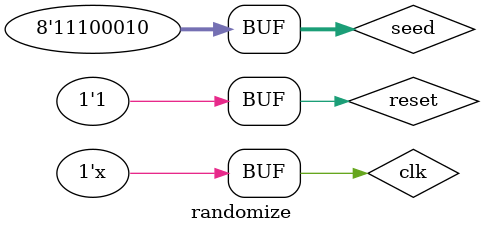
<source format=v>
`timescale 1ns / 1ps


module randomize;

	// Inputs
	reg clk;
	reg reset;
	reg [7:0] seed;
	// Outputs
	wire [7:0] Y;

	// Instantiate the Unit Under Test (UUT)
	RanGen uut (
		.clk(clk), 
		.reset(reset)
		,.seed(seed),
		.Y(Y)
	);
	always begin
		#10;
		clk=~clk;
	end
	initial begin
		// Initialize Inputs
		clk = 0;
		reset=0;
		#10;
		#20;
		seed=8'he2;
		reset=1;
		#20;
	end
      
endmodule


</source>
